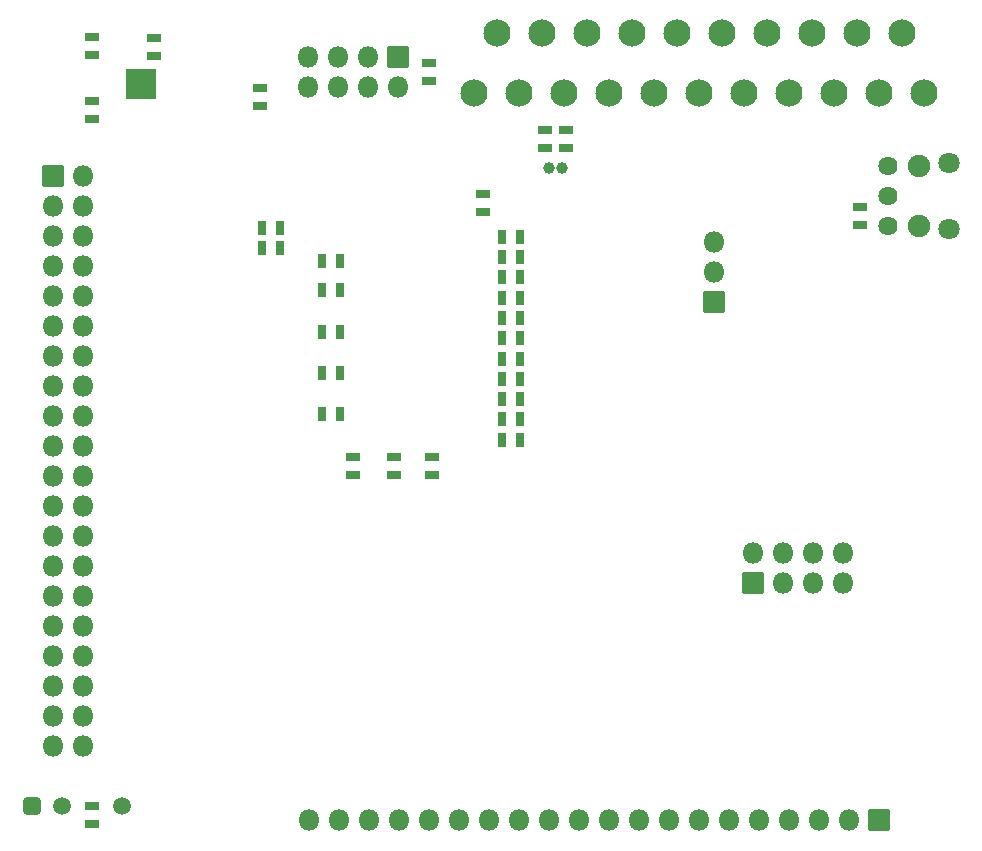
<source format=gbs>
G04 #@! TF.GenerationSoftware,KiCad,Pcbnew,6.0.4+dfsg-1*
G04 #@! TF.CreationDate,2022-04-25T00:20:11+03:00*
G04 #@! TF.ProjectId,isl_board,69736c5f-626f-4617-9264-2e6b69636164,rev?*
G04 #@! TF.SameCoordinates,Original*
G04 #@! TF.FileFunction,Soldermask,Bot*
G04 #@! TF.FilePolarity,Negative*
%FSLAX46Y46*%
G04 Gerber Fmt 4.6, Leading zero omitted, Abs format (unit mm)*
G04 Created by KiCad (PCBNEW 6.0.4+dfsg-1) date 2022-04-25 00:20:11*
%MOMM*%
%LPD*%
G01*
G04 APERTURE LIST*
G04 Aperture macros list*
%AMRoundRect*
0 Rectangle with rounded corners*
0 $1 Rounding radius*
0 $2 $3 $4 $5 $6 $7 $8 $9 X,Y pos of 4 corners*
0 Add a 4 corners polygon primitive as box body*
4,1,4,$2,$3,$4,$5,$6,$7,$8,$9,$2,$3,0*
0 Add four circle primitives for the rounded corners*
1,1,$1+$1,$2,$3*
1,1,$1+$1,$4,$5*
1,1,$1+$1,$6,$7*
1,1,$1+$1,$8,$9*
0 Add four rect primitives between the rounded corners*
20,1,$1+$1,$2,$3,$4,$5,0*
20,1,$1+$1,$4,$5,$6,$7,0*
20,1,$1+$1,$6,$7,$8,$9,0*
20,1,$1+$1,$8,$9,$2,$3,0*%
G04 Aperture macros list end*
%ADD10RoundRect,0.050800X-0.850000X-0.850000X0.850000X-0.850000X0.850000X0.850000X-0.850000X0.850000X0*%
%ADD11O,1.801600X1.801600*%
%ADD12C,2.301600*%
%ADD13C,1.001600*%
%ADD14C,1.801600*%
%ADD15C,1.625600*%
%ADD16C,1.901600*%
%ADD17RoundRect,0.050800X-0.850000X0.850000X-0.850000X-0.850000X0.850000X-0.850000X0.850000X0.850000X0*%
%ADD18C,2.351600*%
%ADD19RoundRect,0.050800X1.250000X-1.250000X1.250000X1.250000X-1.250000X1.250000X-1.250000X-1.250000X0*%
%ADD20RoundRect,0.300000X-0.450800X-0.450800X0.450800X-0.450800X0.450800X0.450800X-0.450800X0.450800X0*%
%ADD21C,1.501600*%
%ADD22RoundRect,0.050800X0.850000X-0.850000X0.850000X0.850000X-0.850000X0.850000X-0.850000X-0.850000X0*%
%ADD23RoundRect,0.050800X0.850000X0.850000X-0.850000X0.850000X-0.850000X-0.850000X0.850000X-0.850000X0*%
%ADD24RoundRect,0.050800X0.317500X0.571500X-0.317500X0.571500X-0.317500X-0.571500X0.317500X-0.571500X0*%
%ADD25RoundRect,0.050800X0.571500X-0.317500X0.571500X0.317500X-0.571500X0.317500X-0.571500X-0.317500X0*%
%ADD26RoundRect,0.050800X-0.571500X0.317500X-0.571500X-0.317500X0.571500X-0.317500X0.571500X0.317500X0*%
%ADD27RoundRect,0.050800X-0.317500X-0.571500X0.317500X-0.571500X0.317500X0.571500X-0.317500X0.571500X0*%
G04 APERTURE END LIST*
D10*
X20630000Y-42600000D03*
D11*
X23170000Y-42600000D03*
X20630000Y-45140000D03*
X23170000Y-45140000D03*
X20630000Y-47680000D03*
X23170000Y-47680000D03*
X20630000Y-50220000D03*
X23170000Y-50220000D03*
X20630000Y-52760000D03*
X23170000Y-52760000D03*
X20630000Y-55300000D03*
X23170000Y-55300000D03*
X20630000Y-57840000D03*
X23170000Y-57840000D03*
X20630000Y-60380000D03*
X23170000Y-60380000D03*
X20630000Y-62920000D03*
X23170000Y-62920000D03*
X20630000Y-65460000D03*
X23170000Y-65460000D03*
X20630000Y-68000000D03*
X23170000Y-68000000D03*
X20630000Y-70540000D03*
X23170000Y-70540000D03*
X20630000Y-73080000D03*
X23170000Y-73080000D03*
X20630000Y-75620000D03*
X23170000Y-75620000D03*
X20630000Y-78160000D03*
X23170000Y-78160000D03*
X20630000Y-80700000D03*
X23170000Y-80700000D03*
X20630000Y-83240000D03*
X23170000Y-83240000D03*
X20630000Y-85780000D03*
X23170000Y-85780000D03*
X20630000Y-88320000D03*
X23170000Y-88320000D03*
X20630000Y-90860000D03*
X23170000Y-90860000D03*
D12*
X56345000Y-35580000D03*
X58250000Y-30500000D03*
X60155000Y-35580000D03*
X62060000Y-30500000D03*
X63965000Y-35580000D03*
X65870000Y-30500000D03*
X67775000Y-35580000D03*
X69680000Y-30500000D03*
X71585000Y-35580000D03*
X73490000Y-30500000D03*
X75395000Y-35580000D03*
X77300000Y-30500000D03*
X79205000Y-35580000D03*
X81110000Y-30500000D03*
X83015000Y-35580000D03*
X84920000Y-30500000D03*
X86825000Y-35580000D03*
X88730000Y-30500000D03*
X90635000Y-35580000D03*
X92540000Y-30500000D03*
X94445000Y-35580000D03*
D13*
X63750000Y-41910000D03*
X62650000Y-41910000D03*
D14*
X96490000Y-41450000D03*
X96490000Y-47050000D03*
D15*
X91390000Y-41710000D03*
X91390000Y-44250000D03*
X91390000Y-46790000D03*
D16*
X93990000Y-46790000D03*
X93990000Y-41710000D03*
D17*
X49900000Y-32510000D03*
D11*
X49900000Y-35050000D03*
X47360000Y-32510000D03*
X47360000Y-35050000D03*
X44820000Y-32510000D03*
X44820000Y-35050000D03*
X42280000Y-32510000D03*
X42280000Y-35050000D03*
D18*
X28090053Y-34782843D03*
D19*
X28090053Y-34782843D03*
D20*
X18910000Y-95930000D03*
D21*
X21450000Y-95930000D03*
X26530000Y-95930000D03*
D22*
X79930000Y-77020000D03*
D11*
X79930000Y-74480000D03*
X82470000Y-77020000D03*
X82470000Y-74480000D03*
X85010000Y-77020000D03*
X85010000Y-74480000D03*
X87550000Y-77020000D03*
X87550000Y-74480000D03*
D17*
X90560000Y-97110000D03*
D11*
X88020000Y-97110000D03*
X85480000Y-97110000D03*
X82940000Y-97110000D03*
X80400000Y-97110000D03*
X77860000Y-97110000D03*
X75320000Y-97110000D03*
X72780000Y-97110000D03*
X70240000Y-97110000D03*
X67700000Y-97110000D03*
X65160000Y-97110000D03*
X62620000Y-97110000D03*
X60080000Y-97110000D03*
X57540000Y-97110000D03*
X55000000Y-97110000D03*
X52460000Y-97110000D03*
X49920000Y-97110000D03*
X47380000Y-97110000D03*
X44840000Y-97110000D03*
X42300000Y-97110000D03*
D23*
X76620000Y-53210000D03*
D11*
X76620000Y-50670000D03*
X76620000Y-48130000D03*
D24*
X60242000Y-52890000D03*
X58718000Y-52890000D03*
X60242000Y-64900000D03*
X58718000Y-64900000D03*
X60242000Y-61470000D03*
X58718000Y-61470000D03*
X60242000Y-56320000D03*
X58718000Y-56320000D03*
X60242000Y-51170000D03*
X58718000Y-51170000D03*
X60232000Y-47720000D03*
X58708000Y-47720000D03*
X60242000Y-63180000D03*
X58718000Y-63180000D03*
X60242000Y-59750000D03*
X58718000Y-59750000D03*
X60242000Y-58030000D03*
X58718000Y-58030000D03*
X60242000Y-54600000D03*
X58718000Y-54600000D03*
X60242000Y-49450000D03*
X58718000Y-49450000D03*
D25*
X64120000Y-40242000D03*
X64120000Y-38718000D03*
X62340000Y-40242000D03*
X62340000Y-38718000D03*
D26*
X57040000Y-44078000D03*
X57040000Y-45602000D03*
X52760000Y-66368000D03*
X52760000Y-67892000D03*
D25*
X49520000Y-67892000D03*
X49520000Y-66368000D03*
X46080000Y-67902000D03*
X46080000Y-66378000D03*
D27*
X43418000Y-52240000D03*
X44942000Y-52240000D03*
X43408000Y-49740000D03*
X44932000Y-49740000D03*
X43418000Y-62750000D03*
X44942000Y-62750000D03*
X43418000Y-59250000D03*
X44942000Y-59250000D03*
X43418000Y-55750000D03*
X44942000Y-55750000D03*
D26*
X23970053Y-36210843D03*
X23970053Y-37734843D03*
X38190000Y-35120000D03*
X38190000Y-36644000D03*
D24*
X39882000Y-46970000D03*
X38358000Y-46970000D03*
X39892000Y-48690000D03*
X38368000Y-48690000D03*
D26*
X52460000Y-32978000D03*
X52460000Y-34502000D03*
D25*
X89020000Y-46742000D03*
X89020000Y-45218000D03*
X24000053Y-32364843D03*
X24000053Y-30840843D03*
X29190053Y-32384843D03*
X29190053Y-30860843D03*
D26*
X23950000Y-95958000D03*
X23950000Y-97482000D03*
M02*

</source>
